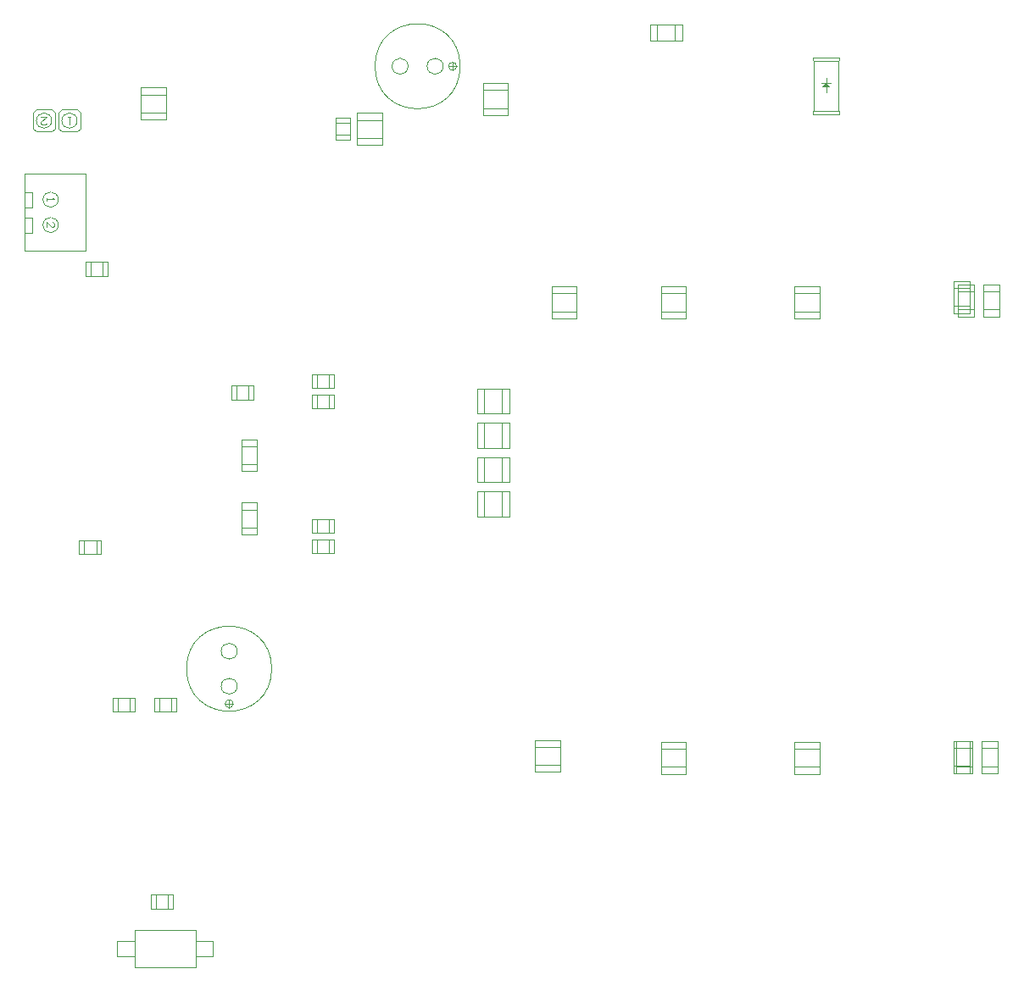
<source format=gm1>
G04*
G04 #@! TF.GenerationSoftware,Altium Limited,Altium Designer,21.3.2 (30)*
G04*
G04 Layer_Color=16711935*
%FSTAX24Y24*%
%MOIN*%
G70*
G04*
G04 #@! TF.SameCoordinates,B67C6306-A56B-4E52-B5C8-3BB335875088*
G04*
G04*
G04 #@! TF.FilePolarity,Positive*
G04*
G01*
G75*
%ADD151C,0.0020*%
G36*
X073257Y055188D02*
X073651D01*
X073454Y055385D01*
X073257Y055188D01*
D02*
G37*
D151*
X043Y05389D02*
G03*
X043Y05389I-0003J0D01*
G01*
X044D02*
G03*
X044Y05389I-0003J0D01*
G01*
X050137Y030942D02*
G03*
X050137Y030942I-000157J0D01*
G01*
X050295Y031631D02*
G03*
X050295Y031631I-000315J0D01*
G01*
Y033009D02*
G03*
X050295Y033009I-000315J0D01*
G01*
X051653Y03232D02*
G03*
X051653Y03232I-001673J0D01*
G01*
X04326Y05078D02*
G03*
X04326Y05078I-0003J0D01*
G01*
Y04978D02*
G03*
X04326Y04978I-0003J0D01*
G01*
X058925Y05603D02*
G03*
X058925Y05603I-000157J0D01*
G01*
X058394Y05603D02*
G03*
X058394Y05603I-000315J0D01*
G01*
X057016D02*
G03*
X057016Y05603I-000315J0D01*
G01*
X059063Y05603D02*
G03*
X059063Y05603I-001673J0D01*
G01*
X078485Y02948D02*
X079115D01*
X078485Y02822D02*
Y02948D01*
Y02822D02*
X079115D01*
Y02948D01*
X078485Y029204D02*
X079115D01*
X078485Y028496D02*
X079115D01*
X042393Y054323D02*
X043007D01*
X042267Y054197D02*
X042393Y054323D01*
X042267Y053583D02*
Y054197D01*
Y053583D02*
X042393Y053457D01*
X043007D01*
X043393Y054323D02*
X044007D01*
X043393Y053457D02*
X044007D01*
X044133Y053583D01*
Y054197D01*
X044007Y054323D02*
X044133Y054197D01*
X043267D02*
X043393Y054323D01*
X043007D02*
X043133Y054197D01*
X043267Y053583D02*
X043393Y053457D01*
X043007D02*
X043133Y053583D01*
X043267D02*
Y054197D01*
X043133Y053583D02*
Y054197D01*
X049823Y030942D02*
X050137D01*
X04998Y030785D02*
Y0311D01*
X046083Y030624D02*
Y031176D01*
X045607Y030634D02*
Y031176D01*
X04541Y030624D02*
X046276D01*
Y031176D01*
X04541D02*
X046276D01*
X04541Y030624D02*
Y031176D01*
X047237Y030624D02*
Y031176D01*
X047713Y030624D02*
Y031166D01*
X047044Y031176D02*
X04791D01*
X047044Y030624D02*
Y031176D01*
Y030624D02*
X04791D01*
Y031176D01*
X050253Y042914D02*
Y043466D01*
X050729Y042914D02*
Y043456D01*
X05006Y043466D02*
X050926D01*
X05006Y042914D02*
Y043466D01*
Y042914D02*
X050926D01*
Y043466D01*
X050455Y041074D02*
X051085D01*
X050455Y040365D02*
X051085D01*
X050455Y04009D02*
Y041349D01*
X051085D01*
Y04009D02*
Y041349D01*
X050455Y04009D02*
X051085D01*
X053427Y043384D02*
Y043916D01*
X053903Y04339D02*
Y043916D01*
X053234D02*
X0541D01*
X053234Y043384D02*
Y043916D01*
Y043384D02*
X0541D01*
Y043916D01*
Y042584D02*
Y043116D01*
X053234Y042584D02*
X0541D01*
X053234D02*
Y043116D01*
X0541D01*
X053903Y04259D02*
Y043116D01*
X053427Y042584D02*
Y043116D01*
X050455Y037871D02*
X051085D01*
X050455Y03858D02*
X051085D01*
Y037596D02*
Y038855D01*
X050455Y037596D02*
X051085D01*
X050455D02*
Y038855D01*
X051085D01*
X0541Y037684D02*
Y038216D01*
X053234Y037684D02*
X0541D01*
X053234D02*
Y038216D01*
X0541D01*
X053903Y03769D02*
Y038216D01*
X053427Y037684D02*
Y038216D01*
X0541Y036884D02*
Y037416D01*
X053234Y036884D02*
X0541D01*
X053234D02*
Y037416D01*
X0541D01*
X053903Y03689D02*
Y037416D01*
X053427Y036884D02*
Y037416D01*
X04495Y036824D02*
Y037376D01*
X044084Y036824D02*
X04495D01*
X044084D02*
Y037376D01*
X04495D01*
X044753Y036824D02*
Y037366D01*
X044277Y036824D02*
Y037376D01*
X04935Y021009D02*
Y021599D01*
X048661Y021009D02*
X04935D01*
X048661Y021599D02*
X04935D01*
X04557Y021009D02*
X046259D01*
X04557Y021599D02*
X046259D01*
X04557Y021009D02*
Y021599D01*
X046259Y022032D02*
X048661D01*
Y020576D02*
Y022032D01*
X046259Y020576D02*
X048661D01*
X046259D02*
Y022032D01*
X047097Y022874D02*
Y023426D01*
X047573Y022874D02*
Y023416D01*
X046904Y023426D02*
X04777D01*
X046904Y022874D02*
Y023426D01*
Y022874D02*
X04777D01*
Y023426D01*
X04433Y047774D02*
Y048326D01*
X045196D01*
Y047774D02*
Y048326D01*
X04433Y047774D02*
X045196D01*
X044527Y047784D02*
Y048326D01*
X045003Y047774D02*
Y048326D01*
X04434Y048756D02*
Y051819D01*
X041938Y048756D02*
Y051819D01*
Y049485D02*
X042251D01*
Y050075D01*
X041938D02*
X042251D01*
X041938Y051075D02*
X042251D01*
Y050485D02*
Y051075D01*
X041938Y050485D02*
X042251D01*
X041938Y051819D02*
X04434D01*
X041938Y048756D02*
X04434D01*
X046508Y05519D02*
X047492D01*
X046508Y05393D02*
Y05519D01*
Y05393D02*
X047492D01*
Y05519D01*
X046508Y054915D02*
X047492D01*
X046508Y054206D02*
X047492D01*
X058768Y055873D02*
Y056187D01*
X05861Y05603D02*
X058925D01*
X059958Y055094D02*
X060942D01*
X059958Y054385D02*
X060942D01*
X059958Y05411D02*
Y05537D01*
X060942D01*
Y05411D02*
Y05537D01*
X059958Y05411D02*
X060942D01*
X073966Y056269D02*
Y056387D01*
X073946Y056249D02*
X073966Y056269D01*
X072942D02*
X072962Y056249D01*
X072942Y056269D02*
Y056387D01*
X073966D01*
X072942Y054143D02*
X073966D01*
Y054261D01*
X073946Y05428D02*
X073966Y054261D01*
X072962Y05428D02*
X073946D01*
X072942Y054261D02*
X072962Y05428D01*
X072942Y054143D02*
Y054261D01*
X073946Y05428D02*
Y056249D01*
X072962D02*
X073946D01*
X072962Y05428D02*
Y056249D01*
Y05428D02*
X073946D01*
X073454Y054991D02*
Y055188D01*
X073257Y055385D02*
X073651D01*
X073454D02*
Y055581D01*
X078485Y04632D02*
X079115D01*
Y04758D01*
X078485D02*
X079115D01*
X078485Y04632D02*
Y04758D01*
Y046596D02*
X079115D01*
X078485Y047304D02*
X079115D01*
X054174Y053343D02*
X054726D01*
X054184Y053819D02*
X054726D01*
X054174Y05315D02*
Y054016D01*
Y05315D02*
X054726D01*
Y054016D01*
X054174D02*
X054726D01*
X055008Y053915D02*
X055992D01*
X055008Y053206D02*
X055992D01*
X055008Y05293D02*
Y05419D01*
X055992D01*
Y05293D02*
Y05419D01*
X055008Y05293D02*
X055992D01*
X067789Y057035D02*
Y057665D01*
X06653D02*
X067789D01*
X06653Y057035D02*
Y057665D01*
Y057035D02*
X067789D01*
X067514D02*
Y057665D01*
X066805Y057035D02*
Y057665D01*
X079635Y04618D02*
X080265D01*
X079635D02*
Y047439D01*
X080265D01*
Y04618D02*
Y047439D01*
X079635Y046455D02*
X080265D01*
X079635Y047164D02*
X080265D01*
X062658Y047094D02*
X063642D01*
X062658Y046385D02*
X063642D01*
Y04611D02*
Y04737D01*
X062658D02*
X063642D01*
X062658Y04611D02*
Y04737D01*
Y04611D02*
X063642D01*
X062008Y028535D02*
X062992D01*
X062008Y029244D02*
X062992D01*
X062008Y02826D02*
Y02952D01*
Y02826D02*
X062992D01*
Y02952D01*
X062008D02*
X062992D01*
X066958Y02944D02*
X067942D01*
Y02818D02*
Y02944D01*
X066958Y02818D02*
X067942D01*
X066958D02*
Y02944D01*
Y029165D02*
X067942D01*
X066958Y028456D02*
X067942D01*
X072208Y02944D02*
X073192D01*
Y02818D02*
Y02944D01*
X072208Y02818D02*
X073192D01*
X072208D02*
Y02944D01*
Y029165D02*
X073192D01*
X072208Y028456D02*
X073192D01*
X079585Y02947D02*
X080215D01*
Y028211D02*
Y02947D01*
X079585Y028211D02*
X080215D01*
X079585D02*
Y02947D01*
Y029195D02*
X080215D01*
X079585Y028486D02*
X080215D01*
X078585D02*
X079215D01*
X078585Y029195D02*
X079215D01*
X078585Y028211D02*
Y02947D01*
Y028211D02*
X079215D01*
Y02947D01*
X078585D02*
X079215D01*
X072208Y04611D02*
X073192D01*
X072208D02*
Y04737D01*
X073192D01*
Y04611D02*
Y04737D01*
X072208Y046385D02*
X073192D01*
X072208Y047094D02*
X073192D01*
X066958Y04611D02*
X067942D01*
X066958D02*
Y04737D01*
X067942D01*
Y04611D02*
Y04737D01*
X066958Y046385D02*
X067942D01*
X066958Y047094D02*
X067942D01*
X078635Y047164D02*
X079265D01*
X078635Y046455D02*
X079265D01*
Y04618D02*
Y047439D01*
X078635D02*
X079265D01*
X078635Y04618D02*
Y047439D01*
Y04618D02*
X079265D01*
X06099Y042358D02*
Y043342D01*
X05973D02*
X06099D01*
X05973Y042358D02*
Y043342D01*
Y042358D02*
X06099D01*
X060715D02*
Y043342D01*
X060006Y042358D02*
Y043342D01*
X06099Y041008D02*
Y041992D01*
X05973D02*
X06099D01*
X05973Y041008D02*
Y041992D01*
Y041008D02*
X06099D01*
X060715D02*
Y041992D01*
X060006Y041008D02*
Y041992D01*
X06099Y039658D02*
Y040642D01*
X05973D02*
X06099D01*
X05973Y039658D02*
Y040642D01*
Y039658D02*
X06099D01*
X060715D02*
Y040642D01*
X060006Y039658D02*
Y040642D01*
X06099Y038308D02*
Y039292D01*
X05973D02*
X06099D01*
X05973Y038308D02*
Y039292D01*
Y038308D02*
X06099D01*
X060715D02*
Y039292D01*
X060006Y038308D02*
Y039292D01*
X042585Y054047D02*
X042794D01*
X042585Y053838D01*
Y053785D01*
X042637Y053733D01*
X042742D01*
X042794Y053785D01*
X043739Y054047D02*
X043634D01*
X043687D01*
Y053733D01*
X043739Y053785D01*
X042803Y049698D02*
Y049898D01*
X043002Y049698D01*
X043052D01*
X043102Y049748D01*
Y049848D01*
X043052Y049898D01*
X042803Y050843D02*
Y050743D01*
Y050793D01*
X043102D01*
X043052Y050843D01*
M02*

</source>
